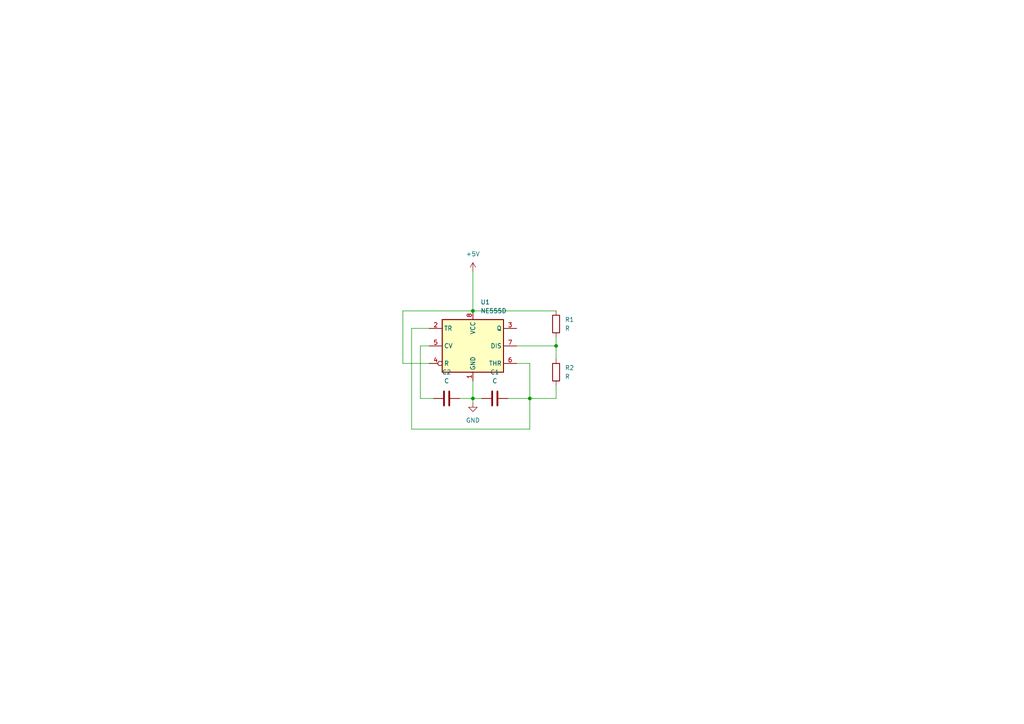
<source format=kicad_sch>
(kicad_sch (version 20230121) (generator eeschema)
  (paper "A4")
  (lib_symbols
    (symbol "Device:C" (pin_numbers hide) (pin_names (offset 0.254))
      (property "Reference" "C" (at 0.635 2.54 0))
      (property "Value" "C" (at 0.635 -2.54 0))
      (symbol "C_0_1"
        (polyline (pts (xy -2.032 -0.762) (xy 2.032 -0.762)) (stroke (width 0.508)))
        (polyline (pts (xy -2.032 0.762) (xy 2.032 0.762)) (stroke (width 0.508)))
      )
      (symbol "C_1_1"
        (pin passive line (at 0 3.81 270) (length 2.794) (name "~") (number "1"))
        (pin passive line (at 0 -3.81 90) (length 2.794) (name "~") (number "2"))
      )
    )
    (symbol "Device:R" (pin_numbers hide) (pin_names (offset 0))
      (property "Reference" "R" (at 2.032 0 90))
      (property "Value" "R" (at 0 0 90))
      (symbol "R_0_1"
        (rectangle (start -1.016 -2.54) (end 1.016 2.54) (stroke (width 0.254)))
      )
      (symbol "R_1_1"
        (pin passive line (at 0 3.81 270) (length 1.27) (name "~") (number "1"))
        (pin passive line (at 0 -3.81 90) (length 1.27) (name "~") (number "2"))
      )
    )
    (symbol "Timer:NE555D"
      (property "Reference" "U" (at -10.16 8.89 0))
      (property "Value" "NE555D" (at 2.54 8.89 0))
      (symbol "NE555D_0_0"
        (pin power_in line (at 0 -10.16 90) (length 2.54) (name "GND") (number "1"))
        (pin power_in line (at 0 10.16 270) (length 2.54) (name "VCC") (number "8"))
      )
      (symbol "NE555D_0_1"
        (rectangle (start -8.89 -7.62) (end 8.89 7.62) (stroke (width 0.254)) (fill (type background)))
        (rectangle (start -8.89 -7.62) (end 8.89 7.62) (stroke (width 0.254)) (fill (type background)))
      )
      (symbol "NE555D_1_1"
        (pin input line (at -12.7 5.08 0) (length 3.81) (name "TR") (number "2"))
        (pin output line (at 12.7 5.08 180) (length 3.81) (name "Q") (number "3"))
        (pin input inverted (at -12.7 -5.08 0) (length 3.81) (name "R") (number "4"))
        (pin input line (at -12.7 0 0) (length 3.81) (name "CV") (number "5"))
        (pin input line (at 12.7 -5.08 180) (length 3.81) (name "THR") (number "6"))
        (pin input line (at 12.7 0 180) (length 3.81) (name "DIS") (number "7"))
      )
    )
    (symbol "power:+5V" (power) (pin_names (offset 0))
      (property "Value" "+5V" (at 0 3.556 0))
      (symbol "+5V_0_1"
        (polyline (pts (xy -0.762 1.27) (xy 0 2.54)))
        (polyline (pts (xy 0 0) (xy 0 2.54)))
        (polyline (pts (xy 0 2.54) (xy 0.762 1.27)))
      )
      (symbol "+5V_1_1"
        (pin power_in line (at 0 0 90) (length 0) hide (name "+5V") (number "1"))
      )
    )
    (symbol "power:GND" (power) (pin_names (offset 0))
      (property "Value" "GND" (at 0 -3.81 0))
      (symbol "GND_0_1"
        (polyline (pts (xy 0 0) (xy 0 -1.27) (xy 1.27 -1.27) (xy 0 -2.54) (xy -1.27 -1.27) (xy 0 -1.27)))
      )
      (symbol "GND_1_1"
        (pin power_in line (at 0 0 270) (length 0) hide (name "GND") (number "1"))
      )
    )
  )
  (junction (at 137.16 115.57))
  (junction (at 137.16 90.17))
  (junction (at 161.29 100.33))
  (junction (at 153.67 115.57))
  (wire (pts (xy 119.38 124.46) (xy 153.67 124.46)))
  (wire (pts (xy 119.38 95.25) (xy 119.38 124.46)))
  (wire (pts (xy 153.67 115.57) (xy 161.29 115.57)))
  (wire (pts (xy 121.92 100.33) (xy 121.92 115.57)))
  (wire (pts (xy 161.29 97.79) (xy 161.29 100.33)))
  (wire (pts (xy 124.46 100.33) (xy 121.92 100.33)))
  (wire (pts (xy 161.29 100.33) (xy 161.29 104.14)))
  (wire (pts (xy 153.67 124.46) (xy 153.67 115.57)))
  (wire (pts (xy 137.16 115.57) (xy 137.16 116.84)))
  (wire (pts (xy 153.67 105.41) (xy 153.67 115.57)))
  (wire (pts (xy 133.35 115.57) (xy 137.16 115.57)))
  (wire (pts (xy 137.16 78.74) (xy 137.16 90.17)))
  (wire (pts (xy 149.86 100.33) (xy 161.29 100.33)))
  (wire (pts (xy 116.84 90.17) (xy 137.16 90.17)))
  (wire (pts (xy 139.7 115.57) (xy 137.16 115.57)))
  (wire (pts (xy 121.92 115.57) (xy 125.73 115.57)))
  (wire (pts (xy 137.16 90.17) (xy 161.29 90.17)))
  (wire (pts (xy 137.16 110.49) (xy 137.16 115.57)))
  (wire (pts (xy 147.32 115.57) (xy 153.67 115.57)))
  (wire (pts (xy 124.46 95.25) (xy 119.38 95.25)))
  (wire (pts (xy 161.29 115.57) (xy 161.29 111.76)))
  (wire (pts (xy 124.46 105.41) (xy 116.84 105.41)))
  (wire (pts (xy 153.67 105.41) (xy 149.86 105.41)))
  (wire (pts (xy 116.84 105.41) (xy 116.84 90.17)))
  (symbol (lib_id "Device:C") (at 129.54 115.57 90) (unit 1)
    (property "Reference" "C2" (at 129.54 107.95 90))
    (property "Value" "C" (at 129.54 110.49 90))
  )
  (symbol (lib_id "power:+5V") (at 137.16 78.74 0) (unit 1)
    (property "Reference" "#PWR01" (effects hide))
    (property "Value" "+5V" (at 137.16 73.66 0))
  )
  (symbol (lib_id "Device:R") (at 161.29 107.95 0) (unit 1)
    (property "Reference" "R2" (at 163.83 106.68 0) (effects (justify left)))
    (property "Value" "R" (at 163.83 109.22 0) (effects (justify left)))
  )
  (symbol (lib_id "power:GND") (at 137.16 116.84 0) (unit 1)
    (property "Reference" "#PWR02" (effects hide))
    (property "Value" "GND" (at 137.16 121.92 0))
  )
  (symbol (lib_id "Device:R") (at 161.29 93.98 180) (unit 1)
    (property "Reference" "R1" (at 163.83 92.71 0) (effects (justify right)))
    (property "Value" "R" (at 163.83 95.25 0) (effects (justify right)))
  )
  (symbol (lib_id "Device:C") (at 143.51 115.57 90) (unit 1)
    (property "Reference" "C1" (at 143.51 107.95 90))
    (property "Value" "C" (at 143.51 110.49 90))
  )
  (symbol (lib_id "Timer:NE555D") (at 137.16 100.33 0) (unit 1)
    (property "Reference" "U1" (at 139.3541 87.63 0) (effects (justify left)))
    (property "Value" "NE555D" (at 139.3541 90.17 0) (effects (justify left)))
    (property "Footprint" "Package_SO:SOIC-8_3.9x4.9mm_P1.27mm" (effects hide))
    (property "Datasheet" "http://www.ti.com/lit/ds/symlink/ne555.pdf" (effects hide))
  )
)
</source>
